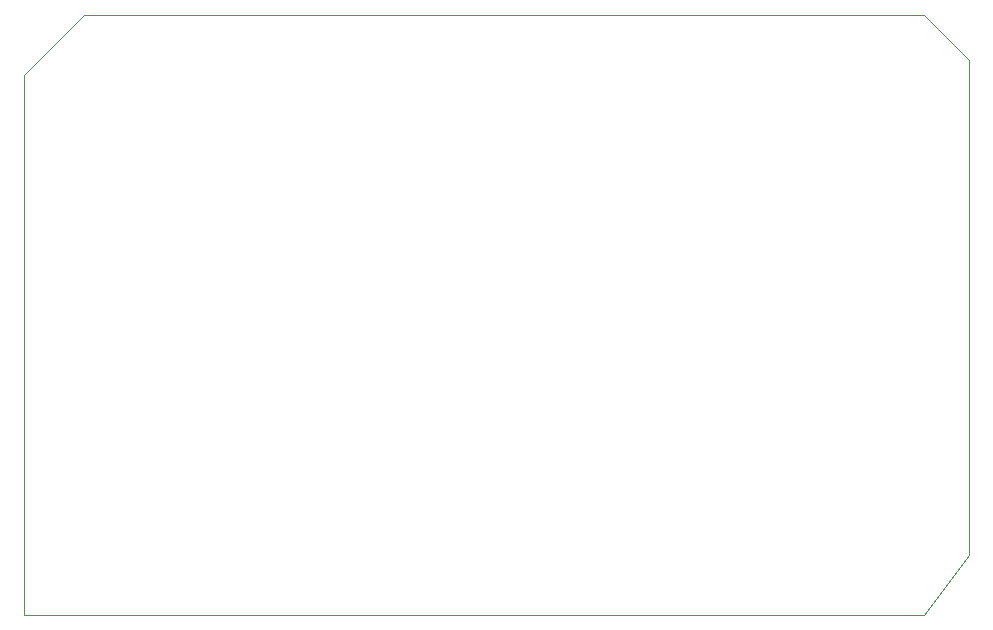
<source format=gm1>
%TF.GenerationSoftware,KiCad,Pcbnew,(5.1.6)-1*%
%TF.CreationDate,2020-08-17T19:43:53-04:00*%
%TF.ProjectId,keeb_v1,6b656562-5f76-4312-9e6b-696361645f70,rev?*%
%TF.SameCoordinates,Original*%
%TF.FileFunction,Profile,NP*%
%FSLAX46Y46*%
G04 Gerber Fmt 4.6, Leading zero omitted, Abs format (unit mm)*
G04 Created by KiCad (PCBNEW (5.1.6)-1) date 2020-08-17 19:43:53*
%MOMM*%
%LPD*%
G01*
G04 APERTURE LIST*
%TA.AperFunction,Profile*%
%ADD10C,0.050000*%
%TD*%
G04 APERTURE END LIST*
D10*
X67310000Y-93980000D02*
X72390000Y-88900000D01*
X67310000Y-139700000D02*
X67310000Y-93980000D01*
X143510000Y-139700000D02*
X67310000Y-139700000D01*
X147320000Y-134620000D02*
X143510000Y-139700000D01*
X147320000Y-92710000D02*
X147320000Y-134620000D01*
X143510000Y-88900000D02*
X147320000Y-92710000D01*
X72390000Y-88900000D02*
X143510000Y-88900000D01*
M02*

</source>
